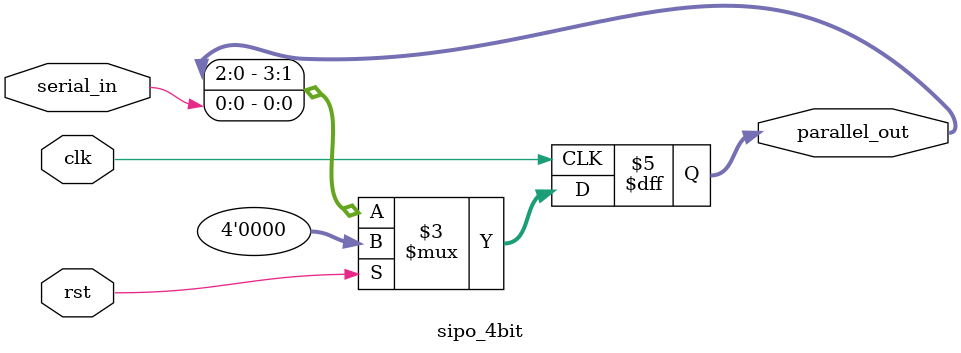
<source format=v>
`timescale 1ns / 1ps


module sipo_4bit(
    input clk, rst,
    input serial_in,
    output reg [3:0] parallel_out
    );
    always@(posedge clk)
        begin
            if(rst)
                parallel_out = 4'd0;
            else
                parallel_out = {parallel_out[2:0], serial_in};
        end
endmodule

</source>
